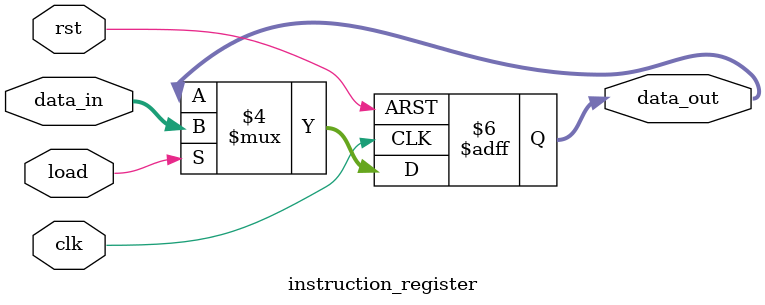
<source format=v>
module instruction_register(data_out, data_in, rst, clk, load);
parameter word_size=8;
input [word_size-1: 0] data_in;
output [word_size-1: 0] data_out;
reg [word_size-1: 0] data_out;
input rst;
input clk;
input load;
always@(posedge clk or negedge rst)
begin
if(rst==0)
data_out<=8'b0000_0000;
else if (load==1)
data_out<=data_in;
end
endmodule

</source>
